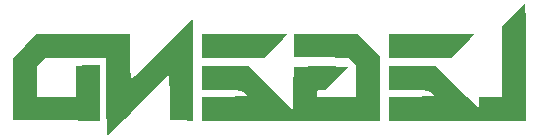
<source format=gbr>
%TF.GenerationSoftware,KiCad,Pcbnew,8.0.5*%
%TF.CreationDate,2024-11-27T10:58:11-07:00*%
%TF.ProjectId,PS2 PSU,50533220-5053-4552-9e6b-696361645f70,rev?*%
%TF.SameCoordinates,Original*%
%TF.FileFunction,Legend,Bot*%
%TF.FilePolarity,Positive*%
%FSLAX46Y46*%
G04 Gerber Fmt 4.6, Leading zero omitted, Abs format (unit mm)*
G04 Created by KiCad (PCBNEW 8.0.5) date 2024-11-27 10:58:11*
%MOMM*%
%LPD*%
G01*
G04 APERTURE LIST*
%ADD10C,0.000000*%
G04 APERTURE END LIST*
D10*
%TO.C,G\u002A\u002A\u002A*%
G36*
X167948896Y-87446126D02*
G01*
X168727665Y-87448620D01*
X169440751Y-87454107D01*
X170068427Y-87462217D01*
X170590962Y-87472578D01*
X170988627Y-87484820D01*
X171241695Y-87498573D01*
X171330435Y-87513464D01*
X171319896Y-87534106D01*
X171211687Y-87665305D01*
X171005020Y-87890887D01*
X170723012Y-88185998D01*
X170388782Y-88525783D01*
X169447129Y-89470652D01*
X166799652Y-89470652D01*
X164152174Y-89470652D01*
X164152174Y-88458333D01*
X164152174Y-87446014D01*
X167741304Y-87446014D01*
X167948896Y-87446126D01*
G37*
G36*
X183777881Y-87446126D02*
G01*
X184556650Y-87448620D01*
X185269737Y-87454107D01*
X185897412Y-87462217D01*
X186419947Y-87472578D01*
X186817613Y-87484820D01*
X187070680Y-87498573D01*
X187159420Y-87513464D01*
X187148881Y-87534106D01*
X187040673Y-87665305D01*
X186834005Y-87890887D01*
X186551997Y-88185998D01*
X186217768Y-88525783D01*
X185276115Y-89470652D01*
X182628637Y-89470652D01*
X179981159Y-89470652D01*
X179981159Y-88458333D01*
X179981159Y-87446014D01*
X183570290Y-87446014D01*
X183777881Y-87446126D01*
G37*
G36*
X191507022Y-84895421D02*
G01*
X191521236Y-85076770D01*
X191534406Y-85416387D01*
X191546270Y-85897503D01*
X191556565Y-86503354D01*
X191565029Y-87217173D01*
X191571400Y-88022192D01*
X191575415Y-88901646D01*
X191576812Y-89838768D01*
X191576812Y-94808333D01*
X185778986Y-94808333D01*
X179981159Y-94808333D01*
X179981159Y-93796014D01*
X179981159Y-92783695D01*
X181867754Y-92783695D01*
X181913543Y-92783674D01*
X182517409Y-92779127D01*
X183025482Y-92767322D01*
X183415702Y-92749258D01*
X183666010Y-92725933D01*
X183754348Y-92698346D01*
X183753775Y-92692017D01*
X183677483Y-92575684D01*
X183511865Y-92422259D01*
X183440617Y-92370739D01*
X183331467Y-92315943D01*
X183183749Y-92277707D01*
X182968366Y-92253088D01*
X182656223Y-92239145D01*
X182218223Y-92232937D01*
X181625270Y-92231521D01*
X179981159Y-92231521D01*
X179981159Y-91219202D01*
X179981159Y-90206884D01*
X181983698Y-90206884D01*
X183986237Y-90206884D01*
X185727890Y-91950348D01*
X185731294Y-91953756D01*
X186194846Y-92413381D01*
X186617326Y-92823991D01*
X186981137Y-93169144D01*
X187268678Y-93432400D01*
X187462350Y-93597316D01*
X187544554Y-93647453D01*
X187565163Y-93618934D01*
X187604109Y-93449701D01*
X187619565Y-93192394D01*
X187619565Y-92783695D01*
X188585870Y-92783695D01*
X189552174Y-92783695D01*
X189552174Y-89786994D01*
X189552174Y-86790293D01*
X190486713Y-85829748D01*
X190629496Y-85683918D01*
X190951032Y-85362663D01*
X191219613Y-85104156D01*
X191410519Y-84931850D01*
X191499032Y-84869202D01*
X191507022Y-84895421D01*
G37*
G36*
X178252664Y-88432312D02*
G01*
X179244928Y-89421498D01*
X179244928Y-92114916D01*
X179244928Y-94808333D01*
X171698551Y-94808333D01*
X164152174Y-94808333D01*
X164152174Y-93796014D01*
X164152174Y-92783695D01*
X166038768Y-92783695D01*
X166084557Y-92783674D01*
X166688424Y-92779127D01*
X167196496Y-92767322D01*
X167586716Y-92749258D01*
X167837024Y-92725933D01*
X167925362Y-92698346D01*
X167924789Y-92692017D01*
X167848497Y-92575684D01*
X167682879Y-92422259D01*
X167611632Y-92370739D01*
X167502482Y-92315943D01*
X167354764Y-92277707D01*
X167139381Y-92253088D01*
X166827237Y-92239145D01*
X166389237Y-92232937D01*
X165796285Y-92231521D01*
X164152174Y-92231521D01*
X164152174Y-91219202D01*
X164152174Y-90206884D01*
X166154667Y-90206884D01*
X168157161Y-90206884D01*
X169996877Y-92048548D01*
X171836594Y-93890213D01*
X171882609Y-92071555D01*
X171928623Y-90252898D01*
X174206341Y-90228283D01*
X174699526Y-90224595D01*
X175275930Y-90224865D01*
X175767346Y-90230296D01*
X176149012Y-90240406D01*
X176396170Y-90254710D01*
X176484058Y-90272726D01*
X176473539Y-90293578D01*
X176365356Y-90425294D01*
X176158690Y-90651312D01*
X175876665Y-90946732D01*
X175542405Y-91286653D01*
X175182551Y-91644404D01*
X174903362Y-91909192D01*
X174698231Y-92080263D01*
X174539840Y-92177652D01*
X174400869Y-92221393D01*
X174253999Y-92231521D01*
X174213581Y-92231642D01*
X174007297Y-92249203D01*
X173923234Y-92326821D01*
X173907246Y-92507608D01*
X173907246Y-92783695D01*
X175563768Y-92783695D01*
X177220290Y-92783695D01*
X177217800Y-91472282D01*
X177215310Y-90160869D01*
X176895908Y-89817341D01*
X176576507Y-89473813D01*
X174252565Y-89449225D01*
X171928623Y-89424637D01*
X171928623Y-88458333D01*
X171928623Y-87492029D01*
X174594512Y-87467577D01*
X177260401Y-87443126D01*
X178252664Y-88432312D01*
G37*
G36*
X163359395Y-86326155D02*
G01*
X163372635Y-86569500D01*
X163384643Y-86962115D01*
X163395128Y-87485940D01*
X163403793Y-88122912D01*
X163410347Y-88854970D01*
X163414494Y-89664053D01*
X163415942Y-90532099D01*
X163415942Y-94814560D01*
X162426630Y-94788439D01*
X161437319Y-94762318D01*
X161412387Y-92833822D01*
X161387455Y-90905325D01*
X158831787Y-93455018D01*
X158681871Y-93604393D01*
X158123602Y-94157239D01*
X157607167Y-94663430D01*
X157147205Y-95108970D01*
X156758356Y-95479863D01*
X156455258Y-95762114D01*
X156252550Y-95941728D01*
X156164871Y-96004710D01*
X156149073Y-95994669D01*
X156120989Y-95905830D01*
X156098488Y-95714030D01*
X156081110Y-95405757D01*
X156068394Y-94967498D01*
X156059881Y-94385741D01*
X156055111Y-93646973D01*
X156053623Y-92737681D01*
X156053623Y-89470652D01*
X153457685Y-89470652D01*
X150861746Y-89470652D01*
X150512757Y-89811430D01*
X150163768Y-90152209D01*
X150163768Y-91467952D01*
X150163768Y-92783695D01*
X151817763Y-92783695D01*
X153471758Y-92783695D01*
X153497292Y-91472282D01*
X153522826Y-90160869D01*
X154512138Y-90134748D01*
X155501449Y-90108628D01*
X155501449Y-92459536D01*
X155501449Y-94810445D01*
X151843297Y-94786382D01*
X148185145Y-94762318D01*
X148160695Y-92157028D01*
X148136246Y-89551738D01*
X149124446Y-88498876D01*
X150112647Y-87446014D01*
X154095454Y-87446014D01*
X158078261Y-87446014D01*
X158078261Y-89378623D01*
X158078605Y-89570688D01*
X158083704Y-90125590D01*
X158094154Y-90603980D01*
X158108984Y-90978974D01*
X158127225Y-91223686D01*
X158147910Y-91311231D01*
X158155144Y-91307689D01*
X158261746Y-91216222D01*
X158480272Y-91011499D01*
X158796304Y-90707560D01*
X159195422Y-90318444D01*
X159663207Y-89858191D01*
X160185240Y-89340841D01*
X160747101Y-88780434D01*
X160881333Y-88646234D01*
X161435170Y-88094641D01*
X161945806Y-87589388D01*
X162398821Y-87144517D01*
X162779796Y-86774067D01*
X163074313Y-86492077D01*
X163267951Y-86312587D01*
X163346293Y-86249637D01*
X163359395Y-86326155D01*
G37*
%TD*%
M02*

</source>
